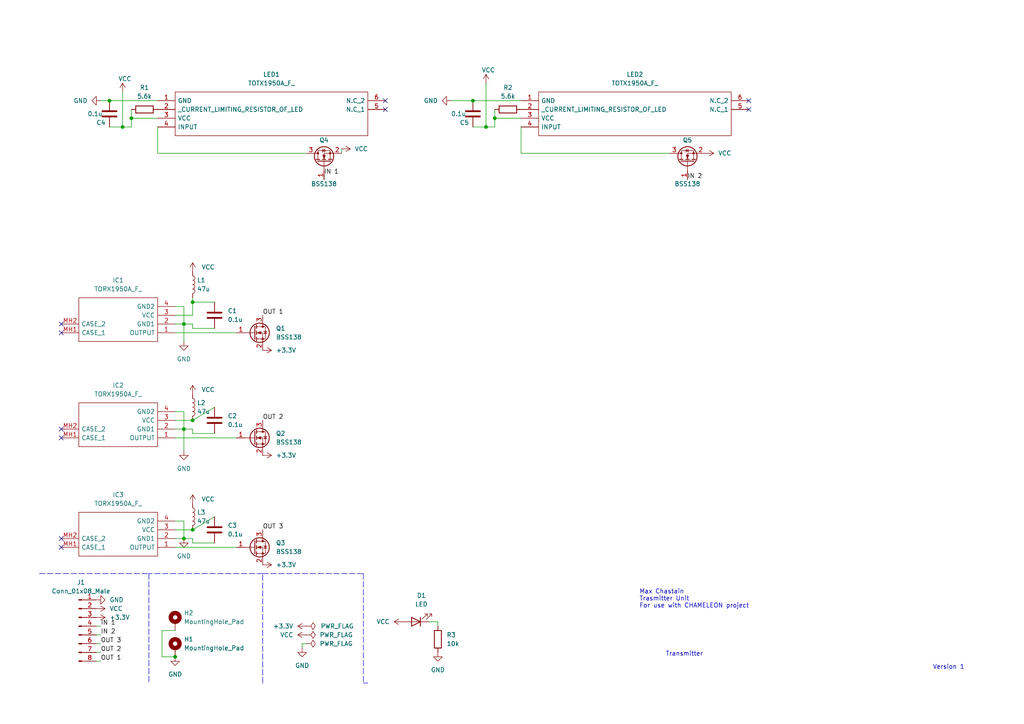
<source format=kicad_sch>
(kicad_sch (version 20211123) (generator eeschema)
  (paper "A4")
  (lib_symbols
    (symbol "Connector:Conn_01x08_Male" (pin_names (offset 1.016) hide)
      (property "Reference" "J" (at 0 10.16 0))
      (property "Value" "Conn_01x08_Male" (at 0 -12.7 0))
      (symbol "Conn_01x08_Male_1_1"
        (polyline (pts (xy 1.27 -10.16) (xy 0.8636 -10.16)) (stroke (width 0.1524)))
        (polyline (pts (xy 1.27 -7.62) (xy 0.8636 -7.62)) (stroke (width 0.1524)))
        (polyline (pts (xy 1.27 -5.08) (xy 0.8636 -5.08)) (stroke (width 0.1524)))
        (polyline (pts (xy 1.27 -2.54) (xy 0.8636 -2.54)) (stroke (width 0.1524)))
        (polyline (pts (xy 1.27 0) (xy 0.8636 0)) (stroke (width 0.1524)))
        (polyline (pts (xy 1.27 2.54) (xy 0.8636 2.54)) (stroke (width 0.1524)))
        (polyline (pts (xy 1.27 5.08) (xy 0.8636 5.08)) (stroke (width 0.1524)))
        (polyline (pts (xy 1.27 7.62) (xy 0.8636 7.62)) (stroke (width 0.1524)))
        (rectangle (start 0.8636 -10.033) (end 0 -10.287) (stroke (width 0.1524)) (fill (type outline)))
        (rectangle (start 0.8636 -7.493) (end 0 -7.747) (stroke (width 0.1524)) (fill (type outline)))
        (rectangle (start 0.8636 -4.953) (end 0 -5.207) (stroke (width 0.1524)) (fill (type outline)))
        (rectangle (start 0.8636 -2.413) (end 0 -2.667) (stroke (width 0.1524)) (fill (type outline)))
        (rectangle (start 0.8636 0.127) (end 0 -0.127) (stroke (width 0.1524)) (fill (type outline)))
        (rectangle (start 0.8636 2.667) (end 0 2.413) (stroke (width 0.1524)) (fill (type outline)))
        (rectangle (start 0.8636 5.207) (end 0 4.953) (stroke (width 0.1524)) (fill (type outline)))
        (rectangle (start 0.8636 7.747) (end 0 7.493) (stroke (width 0.1524)) (fill (type outline)))
        (pin passive line (at 5.08 7.62 180) (length 3.81) (name "Pin_1") (number "1"))
        (pin passive line (at 5.08 5.08 180) (length 3.81) (name "Pin_2") (number "2"))
        (pin passive line (at 5.08 2.54 180) (length 3.81) (name "Pin_3") (number "3"))
        (pin passive line (at 5.08 0 180) (length 3.81) (name "Pin_4") (number "4"))
        (pin passive line (at 5.08 -2.54 180) (length 3.81) (name "Pin_5") (number "5"))
        (pin passive line (at 5.08 -5.08 180) (length 3.81) (name "Pin_6") (number "6"))
        (pin passive line (at 5.08 -7.62 180) (length 3.81) (name "Pin_7") (number "7"))
        (pin passive line (at 5.08 -10.16 180) (length 3.81) (name "Pin_8") (number "8"))
      )
    )
    (symbol "Device:C" (pin_numbers hide) (pin_names (offset 0.254))
      (property "Reference" "C" (at 0.635 2.54 0))
      (property "Value" "C" (at 0.635 -2.54 0))
      (symbol "C_0_1"
        (polyline (pts (xy -2.032 -0.762) (xy 2.032 -0.762)) (stroke (width 0.508)))
        (polyline (pts (xy -2.032 0.762) (xy 2.032 0.762)) (stroke (width 0.508)))
      )
      (symbol "C_1_1"
        (pin passive line (at 0 3.81 270) (length 2.794) (name "~") (number "1"))
        (pin passive line (at 0 -3.81 90) (length 2.794) (name "~") (number "2"))
      )
    )
    (symbol "Device:L" (pin_numbers hide) (pin_names (offset 1.016) hide)
      (property "Reference" "L" (at -1.27 0 90))
      (property "Value" "L" (at 1.905 0 90))
      (symbol "L_0_1"
        (arc (start 0 -2.54) (mid 0.635 -1.905) (end 0 -1.27))
        (arc (start 0 -1.27) (mid 0.635 -0.635) (end 0 0))
        (arc (start 0 0) (mid 0.635 0.635) (end 0 1.27))
        (arc (start 0 1.27) (mid 0.635 1.905) (end 0 2.54))
      )
      (symbol "L_1_1"
        (pin passive line (at 0 3.81 270) (length 1.27) (name "1") (number "1"))
        (pin passive line (at 0 -3.81 90) (length 1.27) (name "2") (number "2"))
      )
    )
    (symbol "Device:LED" (pin_numbers hide) (pin_names (offset 1.016) hide)
      (property "Reference" "D" (at 0 2.54 0))
      (property "Value" "LED" (at 0 -2.54 0))
      (symbol "LED_0_1"
        (polyline (pts (xy -1.27 -1.27) (xy -1.27 1.27)) (stroke (width 0.254)))
        (polyline (pts (xy -1.27 0) (xy 1.27 0)))
        (polyline (pts (xy 1.27 -1.27) (xy 1.27 1.27) (xy -1.27 0) (xy 1.27 -1.27)) (stroke (width 0.254)))
        (polyline (pts (xy -3.048 -0.762) (xy -4.572 -2.286) (xy -3.81 -2.286) (xy -4.572 -2.286) (xy -4.572 -1.524)))
        (polyline (pts (xy -1.778 -0.762) (xy -3.302 -2.286) (xy -2.54 -2.286) (xy -3.302 -2.286) (xy -3.302 -1.524)))
      )
      (symbol "LED_1_1"
        (pin passive line (at -3.81 0 0) (length 2.54) (name "K") (number "1"))
        (pin passive line (at 3.81 0 180) (length 2.54) (name "A") (number "2"))
      )
    )
    (symbol "Device:R" (pin_numbers hide) (pin_names (offset 0))
      (property "Reference" "R" (at 2.032 0 90))
      (property "Value" "R" (at 0 0 90))
      (symbol "R_0_1"
        (rectangle (start -1.016 -2.54) (end 1.016 2.54) (stroke (width 0.254)))
      )
      (symbol "R_1_1"
        (pin passive line (at 0 3.81 270) (length 1.27) (name "~") (number "1"))
        (pin passive line (at 0 -3.81 90) (length 1.27) (name "~") (number "2"))
      )
    )
    (symbol "Mechanical:MountingHole_Pad" (pin_numbers hide) (pin_names (offset 1.016) hide)
      (property "Reference" "H" (at 0 6.35 0))
      (property "Value" "MountingHole_Pad" (at 0 4.445 0))
      (symbol "MountingHole_Pad_0_1"
        (circle (center 0 1.27) (radius 1.27) (stroke (width 1.27)))
      )
      (symbol "MountingHole_Pad_1_1"
        (pin input line (at 0 -2.54 90) (length 2.54) (name "1") (number "1"))
      )
    )
    (symbol "TORX1950A_F_:TORX1950A_F_" (pin_names (offset 0.762))
      (property "Reference" "IC" (at 29.21 7.62 0))
      (property "Value" "TORX1950A_F_" (at 29.21 5.08 0))
      (symbol "TORX1950A_F__0_0"
        (pin passive line (at 0 0 0) (length 5.08) (name "OUTPUT") (number "1"))
        (pin passive line (at 0 -2.54 0) (length 5.08) (name "GND1") (number "2"))
        (pin passive line (at 0 -5.08 0) (length 5.08) (name "VCC") (number "3"))
        (pin passive line (at 0 -7.62 0) (length 5.08) (name "GND2") (number "4"))
        (pin passive line (at 33.02 0 180) (length 5.08) (name "CASE_1") (number "MH1"))
        (pin passive line (at 33.02 -2.54 180) (length 5.08) (name "CASE_2") (number "MH2"))
      )
      (symbol "TORX1950A_F__0_1"
        (polyline (pts (xy 5.08 2.54) (xy 27.94 2.54) (xy 27.94 -10.16) (xy 5.08 -10.16) (xy 5.08 2.54)) (stroke (width 0.1524)))
      )
    )
    (symbol "TOTX1950A_F_:TOTX1950A_F_" (pin_names (offset 0.762))
      (property "Reference" "LED" (at 62.23 7.62 0))
      (property "Value" "TOTX1950A_F_" (at 62.23 5.08 0))
      (symbol "TOTX1950A_F__0_0"
        (pin passive line (at 0 0 0) (length 5.08) (name "GND") (number "1"))
        (pin passive line (at 0 -2.54 0) (length 5.08) (name "_CURRENT_LIMITING_RESISTOR_OF_LED") (number "2"))
        (pin passive line (at 0 -5.08 0) (length 5.08) (name "VCC") (number "3"))
        (pin passive line (at 0 -7.62 0) (length 5.08) (name "INPUT") (number "4"))
        (pin passive line (at 66.04 -2.54 180) (length 5.08) (name "N.C_1") (number "5"))
        (pin passive line (at 66.04 0 180) (length 5.08) (name "N.C_2") (number "6"))
      )
      (symbol "TOTX1950A_F__0_1"
        (polyline (pts (xy 5.08 2.54) (xy 60.96 2.54) (xy 60.96 -10.16) (xy 5.08 -10.16) (xy 5.08 2.54)) (stroke (width 0.1524)))
      )
    )
    (symbol "Transistor_FET:BSS138" (pin_names hide)
      (property "Reference" "Q" (at 5.08 1.905 0))
      (property "Value" "BSS138" (at 5.08 0 0))
      (symbol "BSS138_0_1"
        (polyline (pts (xy 0.254 0) (xy -2.54 0)))
        (polyline (pts (xy 0.254 1.905) (xy 0.254 -1.905)) (stroke (width 0.254)))
        (polyline (pts (xy 0.762 -1.27) (xy 0.762 -2.286)) (stroke (width 0.254)))
        (polyline (pts (xy 0.762 0.508) (xy 0.762 -0.508)) (stroke (width 0.254)))
        (polyline (pts (xy 0.762 2.286) (xy 0.762 1.27)) (stroke (width 0.254)))
        (polyline (pts (xy 2.54 2.54) (xy 2.54 1.778)))
        (polyline (pts (xy 2.54 -2.54) (xy 2.54 0) (xy 0.762 0)))
        (polyline (pts (xy 0.762 -1.778) (xy 3.302 -1.778) (xy 3.302 1.778) (xy 0.762 1.778)))
        (polyline (pts (xy 1.016 0) (xy 2.032 0.381) (xy 2.032 -0.381) (xy 1.016 0)) (fill (type outline)))
        (polyline (pts (xy 2.794 0.508) (xy 2.921 0.381) (xy 3.683 0.381) (xy 3.81 0.254)))
        (polyline (pts (xy 3.302 0.381) (xy 2.921 -0.254) (xy 3.683 -0.254) (xy 3.302 0.381)))
        (circle (center 1.651 0) (radius 2.794) (stroke (width 0.254)))
        (circle (center 2.54 -1.778) (radius 0.254) (fill (type outline)))
        (circle (center 2.54 1.778) (radius 0.254) (fill (type outline)))
      )
      (symbol "BSS138_1_1"
        (pin input line (at -5.08 0 0) (length 2.54) (name "G") (number "1"))
        (pin passive line (at 2.54 -5.08 90) (length 2.54) (name "S") (number "2"))
        (pin passive line (at 2.54 5.08 270) (length 2.54) (name "D") (number "3"))
      )
    )
    (symbol "power:+3.3V" (power) (pin_names (offset 0))
      (property "Value" "+3.3V" (at 0 3.556 0))
      (symbol "+3.3V_0_1"
        (polyline (pts (xy -0.762 1.27) (xy 0 2.54)))
        (polyline (pts (xy 0 0) (xy 0 2.54)))
        (polyline (pts (xy 0 2.54) (xy 0.762 1.27)))
      )
      (symbol "+3.3V_1_1"
        (pin power_in line (at 0 0 90) (length 0) hide (name "+3.3V") (number "1"))
      )
    )
    (symbol "power:GND" (power) (pin_names (offset 0))
      (property "Value" "GND" (at 0 -3.81 0))
      (symbol "GND_0_1"
        (polyline (pts (xy 0 0) (xy 0 -1.27) (xy 1.27 -1.27) (xy 0 -2.54) (xy -1.27 -1.27) (xy 0 -1.27)))
      )
      (symbol "GND_1_1"
        (pin power_in line (at 0 0 270) (length 0) hide (name "GND") (number "1"))
      )
    )
    (symbol "power:PWR_FLAG" (power) (pin_numbers hide) (pin_names (offset 0) hide)
      (property "Value" "PWR_FLAG" (at 0 3.81 0))
      (symbol "PWR_FLAG_0_0"
        (pin power_out line (at 0 0 90) (length 0) (name "pwr") (number "1"))
      )
      (symbol "PWR_FLAG_0_1"
        (polyline (pts (xy 0 0) (xy 0 1.27) (xy -1.016 1.905) (xy 0 2.54) (xy 1.016 1.905) (xy 0 1.27)))
      )
    )
    (symbol "power:VCC" (power) (pin_names (offset 0))
      (property "Value" "VCC" (at 0 3.81 0))
      (symbol "VCC_0_1"
        (polyline (pts (xy -0.762 1.27) (xy 0 2.54)))
        (polyline (pts (xy 0 0) (xy 0 2.54)))
        (polyline (pts (xy 0 2.54) (xy 0.762 1.27)))
      )
      (symbol "VCC_1_1"
        (pin power_in line (at 0 0 90) (length 0) hide (name "VCC") (number "1"))
      )
    )
  )
  (junction (at 31.75 29.21))
  (junction (at 50.8 190.5))
  (junction (at 53.34 156.21))
  (junction (at 55.88 121.92))
  (junction (at 55.88 87.63))
  (junction (at 55.88 153.67))
  (junction (at 143.51 34.29))
  (junction (at 53.34 93.98))
  (junction (at 53.34 124.46))
  (junction (at 140.97 36.83))
  (junction (at 137.16 29.21))
  (junction (at 35.56 36.83))
  (junction (at 38.1 34.29))
  (no_connect (at 17.78 158.75))
  (no_connect (at 17.78 127))
  (no_connect (at 17.78 156.21))
  (no_connect (at 217.17 31.75))
  (no_connect (at 217.17 29.21))
  (no_connect (at 17.78 124.46))
  (no_connect (at 17.78 93.98))
  (no_connect (at 111.76 29.21))
  (no_connect (at 17.78 96.52))
  (no_connect (at 111.76 31.75))
  (wire (pts (xy 53.34 88.9) (xy 53.34 93.98)))
  (wire (pts (xy 55.88 87.63) (xy 62.23 87.63)))
  (wire (pts (xy 130.81 29.21) (xy 137.16 29.21)))
  (wire (pts (xy 29.21 184.15) (xy 27.94 184.15)))
  (wire (pts (xy 127 181.61) (xy 127 180.34)))
  (wire (pts (xy 29.21 29.21) (xy 31.75 29.21)))
  (wire (pts (xy 50.8 190.5) (xy 46.99 190.5)))
  (wire (pts (xy 45.72 44.45) (xy 88.9 44.45)))
  (wire (pts (xy 50.8 151.13) (xy 53.34 151.13)))
  (wire (pts (xy 55.88 124.46) (xy 53.34 124.46)))
  (wire (pts (xy 50.8 153.67) (xy 55.88 153.67)))
  (wire (pts (xy 50.8 119.38) (xy 53.34 119.38)))
  (wire (pts (xy 31.75 29.21) (xy 45.72 29.21)))
  (wire (pts (xy 35.56 26.67) (xy 35.56 36.83)))
  (wire (pts (xy 50.8 127) (xy 68.58 127)))
  (wire (pts (xy 87.63 187.96) (xy 87.63 186.69)))
  (wire (pts (xy 137.16 29.21) (xy 151.13 29.21)))
  (wire (pts (xy 50.8 158.75) (xy 68.58 158.75)))
  (polyline (pts (xy 105.41 198.12) (xy 106.68 198.12)))
  (wire (pts (xy 55.88 157.48) (xy 55.88 156.21)))
  (wire (pts (xy 46.99 190.5) (xy 46.99 182.88)))
  (polyline (pts (xy 76.2 166.37) (xy 43.18 166.37)))
  (wire (pts (xy 45.72 34.29) (xy 38.1 34.29)))
  (wire (pts (xy 151.13 36.83) (xy 151.13 44.45)))
  (wire (pts (xy 55.88 87.63) (xy 55.88 86.36)))
  (polyline (pts (xy 43.18 166.37) (xy 43.18 198.12)))
  (wire (pts (xy 38.1 31.75) (xy 38.1 34.29)))
  (wire (pts (xy 140.97 24.13) (xy 140.97 36.83)))
  (polyline (pts (xy 11.43 166.37) (xy 43.18 166.37)))
  (wire (pts (xy 62.23 125.73) (xy 55.88 125.73)))
  (polyline (pts (xy 76.2 166.37) (xy 105.41 166.37)))
  (wire (pts (xy 35.56 36.83) (xy 31.75 36.83)))
  (wire (pts (xy 29.21 189.23) (xy 27.94 189.23)))
  (wire (pts (xy 50.8 121.92) (xy 55.88 121.92)))
  (wire (pts (xy 38.1 36.83) (xy 35.56 36.83)))
  (wire (pts (xy 55.88 93.98) (xy 53.34 93.98)))
  (wire (pts (xy 62.23 157.48) (xy 55.88 157.48)))
  (wire (pts (xy 29.21 186.69) (xy 27.94 186.69)))
  (wire (pts (xy 53.34 151.13) (xy 53.34 156.21)))
  (wire (pts (xy 46.99 182.88) (xy 50.8 182.88)))
  (wire (pts (xy 62.23 118.11) (xy 55.88 121.92)))
  (wire (pts (xy 127 180.34) (xy 124.46 180.34)))
  (wire (pts (xy 29.21 181.61) (xy 27.94 181.61)))
  (wire (pts (xy 53.34 130.81) (xy 53.34 124.46)))
  (wire (pts (xy 53.34 156.21) (xy 50.8 156.21)))
  (wire (pts (xy 151.13 34.29) (xy 143.51 34.29)))
  (wire (pts (xy 55.88 91.44) (xy 55.88 87.63)))
  (wire (pts (xy 45.72 36.83) (xy 45.72 44.45)))
  (wire (pts (xy 55.88 156.21) (xy 53.34 156.21)))
  (wire (pts (xy 55.88 95.25) (xy 55.88 93.98)))
  (polyline (pts (xy 105.41 166.37) (xy 105.41 198.12)))
  (wire (pts (xy 53.34 99.06) (xy 53.34 93.98)))
  (wire (pts (xy 99.06 44.45) (xy 99.06 43.18)))
  (wire (pts (xy 53.34 119.38) (xy 53.34 124.46)))
  (wire (pts (xy 53.34 93.98) (xy 50.8 93.98)))
  (wire (pts (xy 140.97 36.83) (xy 137.16 36.83)))
  (wire (pts (xy 50.8 88.9) (xy 53.34 88.9)))
  (wire (pts (xy 87.63 186.69) (xy 88.9 186.69)))
  (wire (pts (xy 50.8 96.52) (xy 68.58 96.52)))
  (wire (pts (xy 93.98 52.07) (xy 93.98 50.8)))
  (wire (pts (xy 143.51 34.29) (xy 143.51 36.83)))
  (wire (pts (xy 62.23 149.86) (xy 55.88 153.67)))
  (wire (pts (xy 62.23 95.25) (xy 55.88 95.25)))
  (wire (pts (xy 50.8 91.44) (xy 55.88 91.44)))
  (wire (pts (xy 143.51 36.83) (xy 140.97 36.83)))
  (wire (pts (xy 151.13 44.45) (xy 194.31 44.45)))
  (wire (pts (xy 29.21 191.77) (xy 27.94 191.77)))
  (wire (pts (xy 53.34 124.46) (xy 50.8 124.46)))
  (wire (pts (xy 38.1 34.29) (xy 38.1 36.83)))
  (polyline (pts (xy 76.2 198.12) (xy 76.2 166.37)))
  (wire (pts (xy 55.88 125.73) (xy 55.88 124.46)))
  (wire (pts (xy 143.51 31.75) (xy 143.51 34.29)))
  (text "Transmitter" (at 193.04 190.5 0) (effects (font (size 1.27 1.27)) (justify left bottom)))
  (text "Version 1" (at 270.51 194.31 0) (effects (font (size 1.27 1.27)) (justify left bottom)))
  (text "Max Chastain\nTrasmitter Unit\nFor use with CHAMELEON project" (at 185.42 176.53 0) (effects (font (size 1.27 1.27)) (justify left bottom)))
  (label "IN 2" (at 29.21 184.15 0))
  (label "IN 1" (at 29.21 181.61 0))
  (label "IN 1" (at 93.98 50.8 0))
  (label "OUT 3" (at 76.2 153.67 0))
  (label "OUT 2" (at 76.2 121.92 0))
  (label "IN 2" (at 199.39 52.07 0))
  (label "OUT 2" (at 29.21 189.23 0))
  (label "OUT 3" (at 29.21 186.69 0))
  (label "OUT 1" (at 29.21 191.77 0))
  (label "OUT 1" (at 76.2 91.44 0))
  (symbol (lib_id "Device:C") (at 62.23 91.44 0) (unit 1)
    (property "Reference" "C1" (at 66.04 90.1699 0) (effects (justify left)))
    (property "Value" "0.1u" (at 66.04 92.7099 0) (effects (justify left)))
    (property "Footprint" "Capacitor_SMD:C_0603_1608Metric_Pad1.08x0.95mm_HandSolder" (effects hide))
  )
  (symbol (lib_id "power:VCC") (at 55.88 146.05 0) (unit 1)
    (property "Reference" "#PWR0106" (effects hide))
    (property "Value" "VCC" (at 58.42 144.7799 0) (effects (justify left)))
  )
  (symbol (lib_id "power:+3.3V") (at 76.2 163.83 270) (unit 1)
    (property "Reference" "#PWR0119" (effects hide))
    (property "Value" "+3.3V" (at 80.01 163.8299 90) (effects (justify left)))
  )
  (symbol (lib_id "power:+3.3V") (at 76.2 101.6 270) (unit 1)
    (property "Reference" "#PWR0115" (effects hide))
    (property "Value" "+3.3V" (at 80.01 101.5999 90) (effects (justify left)))
  )
  (symbol (lib_id "power:GND") (at 87.63 187.96 0) (unit 1)
    (property "Reference" "#PWR0122" (effects hide))
    (property "Value" "GND" (at 87.63 193.04 0))
  )
  (symbol (lib_id "TORX1950A_F_:TORX1950A_F_") (at 50.8 96.52 180) (unit 1)
    (property "Reference" "IC1" (at 34.29 81.28 0))
    (property "Value" "TORX1950A_F_" (at 34.29 83.82 0))
    (property "Footprint" "TOTX and TORX:TORX1950AF" (effects hide))
    (property "Description" "Optical Receiver 10Mbps Single 50m 6-Pin )" (effects hide))
    (property "Height" "8.8" (effects hide))
    (property "Mouser Part Number" "71-TORX1950A(F)" (effects hide))
    (property "Mouser Price/Stock" "https://www.mouser.co.uk/ProductDetail/Toshiba/TORX1950AF?qs=gev7jUp%252BQ%252BhPDbv%252Bwuk0PA%3D%3D" (effects hide))
    (property "Manufacturer_Name" "Toshiba" (effects hide))
    (property "Manufacturer_Part_Number" "TORX1950A(F)" (effects hide))
  )
  (symbol (lib_id "power:PWR_FLAG") (at 88.9 186.69 270) (unit 1)
    (property "Reference" "#FLG0101" (effects hide))
    (property "Value" "PWR_FLAG" (at 92.71 186.6899 90) (effects (justify left)))
  )
  (symbol (lib_id "TOTX1950A_F_:TOTX1950A_F_") (at 151.13 29.21 0) (unit 1)
    (property "Reference" "LED2" (at 184.15 21.59 0))
    (property "Value" "TOTX1950A_F_" (at 184.15 24.13 0))
    (property "Footprint" "TOTX and TORX:TOTX1950AF" (effects hide))
    (property "Description" "Fiber Optic Transmitters, Receivers, Transceivers 650 nm LED OPTICAL TRANSMN MOD" (effects hide))
    (property "Height" "8.8" (effects hide))
    (property "Mouser Part Number" "757-TOTX1950AF" (effects hide))
    (property "Mouser Price/Stock" "https://www.mouser.co.uk/ProductDetail/Toshiba/TOTX1950AF?qs=gev7jUp%252BQ%252BhDjDGaeAaJXw%3D%3D" (effects hide))
    (property "Manufacturer_Name" "Toshiba" (effects hide))
    (property "Manufacturer_Part_Number" "TOTX1950A(F)" (effects hide))
  )
  (symbol (lib_id "Transistor_FET:BSS138") (at 73.66 127 0) (unit 1)
    (property "Reference" "Q2" (at 80.01 125.7299 0) (effects (justify left)))
    (property "Value" "BSS138" (at 80.01 128.2699 0) (effects (justify left)))
    (property "Footprint" "Package_TO_SOT_SMD:SOT-23" (effects hide))
    (property "Datasheet" "https://www.onsemi.com/pub/Collateral/BSS138-D.PDF" (effects hide))
  )
  (symbol (lib_id "Transistor_FET:BSS138") (at 93.98 46.99 90) (unit 1)
    (property "Reference" "Q4" (at 93.98 40.64 90))
    (property "Value" "BSS138" (at 93.98 53.34 90))
    (property "Footprint" "Package_TO_SOT_SMD:SOT-23" (effects hide))
    (property "Datasheet" "https://www.onsemi.com/pub/Collateral/BSS138-D.PDF" (effects hide))
  )
  (symbol (lib_id "power:VCC") (at 99.06 43.18 270) (unit 1)
    (property "Reference" "#PWR0123" (effects hide))
    (property "Value" "VCC" (at 102.87 43.1799 90) (effects (justify left)))
  )
  (symbol (lib_id "power:GND") (at 127 189.23 0) (unit 1)
    (property "Reference" "#PWR0110" (effects hide))
    (property "Value" "GND" (at 127 194.31 0))
  )
  (symbol (lib_id "Device:L") (at 55.88 118.11 0) (unit 1)
    (property "Reference" "L2" (at 57.15 116.8399 0) (effects (justify left)))
    (property "Value" "47u" (at 57.15 119.3799 0) (effects (justify left)))
    (property "Footprint" "Inductor_SMD:L_0603_1608Metric_Pad1.05x0.95mm_HandSolder" (effects hide))
  )
  (symbol (lib_id "power:VCC") (at 55.88 78.74 0) (unit 1)
    (property "Reference" "#PWR0102" (effects hide))
    (property "Value" "VCC" (at 58.42 77.4699 0) (effects (justify left)))
  )
  (symbol (lib_id "power:+3.3V") (at 27.94 179.07 270) (unit 1)
    (property "Reference" "#PWR0118" (effects hide))
    (property "Value" "+3.3V" (at 31.75 179.0699 90) (effects (justify left)))
  )
  (symbol (lib_id "Device:C") (at 62.23 153.67 0) (unit 1)
    (property "Reference" "C3" (at 66.04 152.3999 0) (effects (justify left)))
    (property "Value" "0.1u" (at 66.04 154.9399 0) (effects (justify left)))
    (property "Footprint" "Capacitor_SMD:C_0603_1608Metric_Pad1.08x0.95mm_HandSolder" (effects hide))
  )
  (symbol (lib_id "Transistor_FET:BSS138") (at 199.39 46.99 90) (unit 1)
    (property "Reference" "Q5" (at 199.39 40.64 90))
    (property "Value" "BSS138" (at 199.39 53.34 90))
    (property "Footprint" "Package_TO_SOT_SMD:SOT-23" (effects hide))
    (property "Datasheet" "https://www.onsemi.com/pub/Collateral/BSS138-D.PDF" (effects hide))
  )
  (symbol (lib_id "Transistor_FET:BSS138") (at 73.66 96.52 0) (unit 1)
    (property "Reference" "Q1" (at 80.01 95.2499 0) (effects (justify left)))
    (property "Value" "BSS138" (at 80.01 97.7899 0) (effects (justify left)))
    (property "Footprint" "Package_TO_SOT_SMD:SOT-23" (effects hide))
    (property "Datasheet" "https://www.onsemi.com/pub/Collateral/BSS138-D.PDF" (effects hide))
  )
  (symbol (lib_id "power:GND") (at 53.34 130.81 0) (unit 1)
    (property "Reference" "#PWR0104" (effects hide))
    (property "Value" "GND" (at 53.34 135.89 0))
  )
  (symbol (lib_id "power:VCC") (at 88.9 184.15 90) (unit 1)
    (property "Reference" "#PWR0120" (effects hide))
    (property "Value" "VCC" (at 85.09 184.1499 90) (effects (justify left)))
  )
  (symbol (lib_id "Mechanical:MountingHole_Pad") (at 50.8 180.34 0) (unit 1)
    (property "Reference" "H2" (at 53.34 177.7999 0) (effects (justify left)))
    (property "Value" "MountingHole_Pad" (at 53.34 180.3399 0) (effects (justify left)))
    (property "Footprint" "MountingHole:MountingHole_3.2mm_M3_ISO7380_Pad" (effects hide))
  )
  (symbol (lib_id "Device:C") (at 31.75 33.02 0) (unit 1)
    (property "Reference" "C4" (at 27.94 35.56 0) (effects (justify left)))
    (property "Value" "0.1u" (at 25.4 33.02 0) (effects (justify left)))
    (property "Footprint" "Capacitor_SMD:C_0603_1608Metric_Pad1.08x0.95mm_HandSolder" (effects hide))
  )
  (symbol (lib_id "TOTX1950A_F_:TOTX1950A_F_") (at 45.72 29.21 0) (unit 1)
    (property "Reference" "LED1" (at 78.74 21.59 0))
    (property "Value" "TOTX1950A_F_" (at 78.74 24.13 0))
    (property "Footprint" "TOTX and TORX:TOTX1950AF" (effects hide))
    (property "Description" "Fiber Optic Transmitters, Receivers, Transceivers 650 nm LED OPTICAL TRANSMN MOD" (effects hide))
    (property "Height" "8.8" (effects hide))
    (property "Mouser Part Number" "757-TOTX1950AF" (effects hide))
    (property "Mouser Price/Stock" "https://www.mouser.co.uk/ProductDetail/Toshiba/TOTX1950AF?qs=gev7jUp%252BQ%252BhDjDGaeAaJXw%3D%3D" (effects hide))
    (property "Manufacturer_Name" "Toshiba" (effects hide))
    (property "Manufacturer_Part_Number" "TOTX1950A(F)" (effects hide))
  )
  (symbol (lib_id "power:GND") (at 53.34 99.06 0) (unit 1)
    (property "Reference" "#PWR0107" (effects hide))
    (property "Value" "GND" (at 53.34 104.14 0))
  )
  (symbol (lib_id "power:GND") (at 53.34 156.21 0) (unit 1)
    (property "Reference" "#PWR0111" (effects hide))
    (property "Value" "GND" (at 53.34 161.29 0))
  )
  (symbol (lib_id "Connector:Conn_01x08_Male") (at 22.86 181.61 0) (unit 1)
    (property "Reference" "J1" (at 23.495 168.91 0))
    (property "Value" "Conn_01x08_Male" (at 23.495 171.45 0))
    (property "Footprint" "Connector_PinHeader_2.54mm:PinHeader_1x08_P2.54mm_Vertical" (effects hide))
  )
  (symbol (lib_id "power:GND") (at 130.81 29.21 270) (unit 1)
    (property "Reference" "#PWR0114" (effects hide))
    (property "Value" "GND" (at 127 29.2099 90) (effects (justify right)))
  )
  (symbol (lib_id "Device:C") (at 137.16 33.02 0) (unit 1)
    (property "Reference" "C5" (at 133.35 35.56 0) (effects (justify left)))
    (property "Value" "0.1u" (at 130.81 33.02 0) (effects (justify left)))
    (property "Footprint" "Capacitor_SMD:C_0603_1608Metric_Pad1.08x0.95mm_HandSolder" (effects hide))
  )
  (symbol (lib_id "Device:L") (at 55.88 149.86 0) (unit 1)
    (property "Reference" "L3" (at 57.15 148.5899 0) (effects (justify left)))
    (property "Value" "47u" (at 57.15 151.1299 0) (effects (justify left)))
    (property "Footprint" "Inductor_SMD:L_0603_1608Metric_Pad1.05x0.95mm_HandSolder" (effects hide))
  )
  (symbol (lib_id "power:VCC") (at 204.47 44.45 270) (unit 1)
    (property "Reference" "#PWR0124" (effects hide))
    (property "Value" "VCC" (at 208.28 44.4499 90) (effects (justify left)))
  )
  (symbol (lib_id "Device:LED") (at 120.65 180.34 180) (unit 1)
    (property "Reference" "D1" (at 122.2375 172.72 0))
    (property "Value" "LED" (at 122.2375 175.26 0))
    (property "Footprint" "LED_THT:LED_D8.0mm" (effects hide))
  )
  (symbol (lib_id "Device:R") (at 41.91 31.75 90) (unit 1)
    (property "Reference" "R1" (at 41.91 25.4 90))
    (property "Value" "5.6k" (at 41.91 27.94 90))
    (property "Footprint" "Resistor_SMD:R_0603_1608Metric_Pad0.98x0.95mm_HandSolder" (effects hide))
  )
  (symbol (lib_id "power:+3.3V") (at 76.2 132.08 270) (unit 1)
    (property "Reference" "#PWR0113" (effects hide))
    (property "Value" "+3.3V" (at 80.01 132.0799 90) (effects (justify left)))
  )
  (symbol (lib_id "power:GND") (at 29.21 29.21 270) (unit 1)
    (property "Reference" "#PWR0116" (effects hide))
    (property "Value" "GND" (at 25.4 29.2099 90) (effects (justify right)))
  )
  (symbol (lib_id "power:+3.3V") (at 88.9 181.61 90) (unit 1)
    (property "Reference" "#PWR0121" (effects hide))
    (property "Value" "+3.3V" (at 85.09 181.6099 90) (effects (justify left)))
  )
  (symbol (lib_id "power:GND") (at 50.8 190.5 0) (unit 1)
    (property "Reference" "#PWR0117" (effects hide))
    (property "Value" "GND" (at 50.8 195.58 0))
  )
  (symbol (lib_id "power:VCC") (at 140.97 24.13 0) (unit 1)
    (property "Reference" "#PWR0105" (effects hide))
    (property "Value" "VCC" (at 139.7 20.32 0) (effects (justify left)))
  )
  (symbol (lib_id "power:PWR_FLAG") (at 88.9 184.15 270) (unit 1)
    (property "Reference" "#FLG0102" (effects hide))
    (property "Value" "PWR_FLAG" (at 92.71 184.15 90) (effects (justify left)))
  )
  (symbol (lib_id "TORX1950A_F_:TORX1950A_F_") (at 50.8 127 180) (unit 1)
    (property "Reference" "IC2" (at 34.29 111.76 0))
    (property "Value" "TORX1950A_F_" (at 34.29 114.3 0))
    (property "Footprint" "TOTX and TORX:TORX1950AF" (effects hide))
    (property "Description" "Optical Receiver 10Mbps Single 50m 6-Pin )" (effects hide))
    (property "Height" "8.8" (effects hide))
    (property "Mouser Part Number" "71-TORX1950A(F)" (effects hide))
    (property "Mouser Price/Stock" "https://www.mouser.co.uk/ProductDetail/Toshiba/TORX1950AF?qs=gev7jUp%252BQ%252BhPDbv%252Bwuk0PA%3D%3D" (effects hide))
    (property "Manufacturer_Name" "Toshiba" (effects hide))
    (property "Manufacturer_Part_Number" "TORX1950A(F)" (effects hide))
  )
  (symbol (lib_id "Mechanical:MountingHole_Pad") (at 50.8 187.96 0) (unit 1)
    (property "Reference" "H1" (at 53.34 185.4199 0) (effects (justify left)))
    (property "Value" "MountingHole_Pad" (at 53.34 187.9599 0) (effects (justify left)))
    (property "Footprint" "MountingHole:MountingHole_3.2mm_M3_ISO7380_Pad" (effects hide))
  )
  (symbol (lib_id "TORX1950A_F_:TORX1950A_F_") (at 50.8 158.75 180) (unit 1)
    (property "Reference" "IC3" (at 34.29 143.51 0))
    (property "Value" "TORX1950A_F_" (at 34.29 146.05 0))
    (property "Footprint" "TOTX and TORX:TORX1950AF" (effects hide))
    (property "Description" "Optical Receiver 10Mbps Single 50m 6-Pin )" (effects hide))
    (property "Height" "8.8" (effects hide))
    (property "Mouser Part Number" "71-TORX1950A(F)" (effects hide))
    (property "Mouser Price/Stock" "https://www.mouser.co.uk/ProductDetail/Toshiba/TORX1950AF?qs=gev7jUp%252BQ%252BhPDbv%252Bwuk0PA%3D%3D" (effects hide))
    (property "Manufacturer_Name" "Toshiba" (effects hide))
    (property "Manufacturer_Part_Number" "TORX1950A(F)" (effects hide))
  )
  (symbol (lib_id "power:PWR_FLAG") (at 88.9 181.61 270) (unit 1)
    (property "Reference" "#FLG0103" (effects hide))
    (property "Value" "PWR_FLAG" (at 97.79 181.61 90))
  )
  (symbol (lib_id "power:VCC") (at 116.84 180.34 90) (unit 1)
    (property "Reference" "#PWR0112" (effects hide))
    (property "Value" "VCC" (at 113.03 180.3399 90) (effects (justify left)))
  )
  (symbol (lib_id "Device:C") (at 62.23 121.92 0) (unit 1)
    (property "Reference" "C2" (at 66.04 120.6499 0) (effects (justify left)))
    (property "Value" "0.1u" (at 66.04 123.1899 0) (effects (justify left)))
    (property "Footprint" "Capacitor_SMD:C_0603_1608Metric_Pad1.08x0.95mm_HandSolder" (effects hide))
  )
  (symbol (lib_id "Device:L") (at 55.88 82.55 0) (unit 1)
    (property "Reference" "L1" (at 57.15 81.2799 0) (effects (justify left)))
    (property "Value" "47u" (at 57.15 83.8199 0) (effects (justify left)))
    (property "Footprint" "Inductor_SMD:L_0603_1608Metric_Pad1.05x0.95mm_HandSolder" (effects hide))
  )
  (symbol (lib_id "power:GND") (at 27.94 173.99 90) (unit 1)
    (property "Reference" "#PWR0109" (effects hide))
    (property "Value" "GND" (at 31.75 173.9899 90) (effects (justify right)))
  )
  (symbol (lib_id "power:VCC") (at 27.94 176.53 270) (unit 1)
    (property "Reference" "#PWR0108" (effects hide))
    (property "Value" "VCC" (at 31.75 176.5299 90) (effects (justify left)))
  )
  (symbol (lib_id "Device:R") (at 147.32 31.75 90) (unit 1)
    (property "Reference" "R2" (at 147.32 25.4 90))
    (property "Value" "5.6k" (at 147.32 27.94 90))
    (property "Footprint" "Resistor_SMD:R_0603_1608Metric_Pad0.98x0.95mm_HandSolder" (effects hide))
  )
  (symbol (lib_id "Transistor_FET:BSS138") (at 73.66 158.75 0) (unit 1)
    (property "Reference" "Q3" (at 80.01 157.4799 0) (effects (justify left)))
    (property "Value" "BSS138" (at 80.01 160.0199 0) (effects (justify left)))
    (property "Footprint" "Package_TO_SOT_SMD:SOT-23" (effects hide))
    (property "Datasheet" "https://www.onsemi.com/pub/Collateral/BSS138-D.PDF" (effects hide))
  )
  (symbol (lib_id "power:VCC") (at 35.56 26.67 0) (unit 1)
    (property "Reference" "#PWR0101" (effects hide))
    (property "Value" "VCC" (at 34.29 22.86 0) (effects (justify left)))
  )
  (symbol (lib_id "power:VCC") (at 55.88 114.3 0) (unit 1)
    (property "Reference" "#PWR0103" (effects hide))
    (property "Value" "VCC" (at 58.42 113.0299 0) (effects (justify left)))
  )
  (symbol (lib_id "Device:R") (at 127 185.42 0) (unit 1)
    (property "Reference" "R3" (at 129.54 184.1499 0) (effects (justify left)))
    (property "Value" "10k" (at 129.54 186.6899 0) (effects (justify left)))
    (property "Footprint" "Resistor_SMD:R_0805_2012Metric_Pad1.20x1.40mm_HandSolder" (effects hide))
  )
)
</source>
